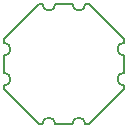
<source format=gko>
G04 DipTrace 3.0.0.2*
G04 DRV2605L_ADJUSTED2.gko*
%MOIN*%
G04 #@! TF.FileFunction,Profile*
G04 #@! TF.Part,Single*
%ADD11C,0.005512*%
%FSLAX26Y26*%
G04*
G70*
G90*
G75*
G01*
G04 BoardOutline*
%LPD*%
X-178Y271547D2*
D11*
G02X-178Y228240I0J-21654D01*
G01*
X228168Y-106D2*
G02X271475Y-106I21654J0D01*
G01*
X-178Y171547D2*
G02X-178Y128240I0J-21654D01*
G01*
X399822Y271547D2*
G03X399822Y228240I0J-21654D01*
G01*
Y171547D2*
G03X399822Y128240I0J-21654D01*
G01*
X128168Y399894D2*
G03X171475Y399894I21654J0D01*
G01*
X228168D2*
G03X271475Y399894I21654J0D01*
G01*
X128168Y-106D2*
G02X171475Y-106I21654J0D01*
G01*
X-178Y116390D2*
X116318Y-106D1*
X-178Y283398D2*
X116318Y399894D1*
X283325D2*
X399822Y283398D1*
Y116390D2*
X283325Y-106D1*
X-178Y116390D2*
Y128240D1*
Y171547D2*
Y228240D1*
Y271547D2*
Y283398D1*
X116318Y399894D2*
X128168D1*
X171475D2*
X228168D1*
X271475D2*
X283325D1*
X399822Y283398D2*
Y271547D1*
Y228240D2*
Y171547D1*
Y128240D2*
Y116390D1*
X271475Y-106D2*
X283325D1*
X171475D2*
X228168D1*
X116318D2*
X128168D1*
M02*

</source>
